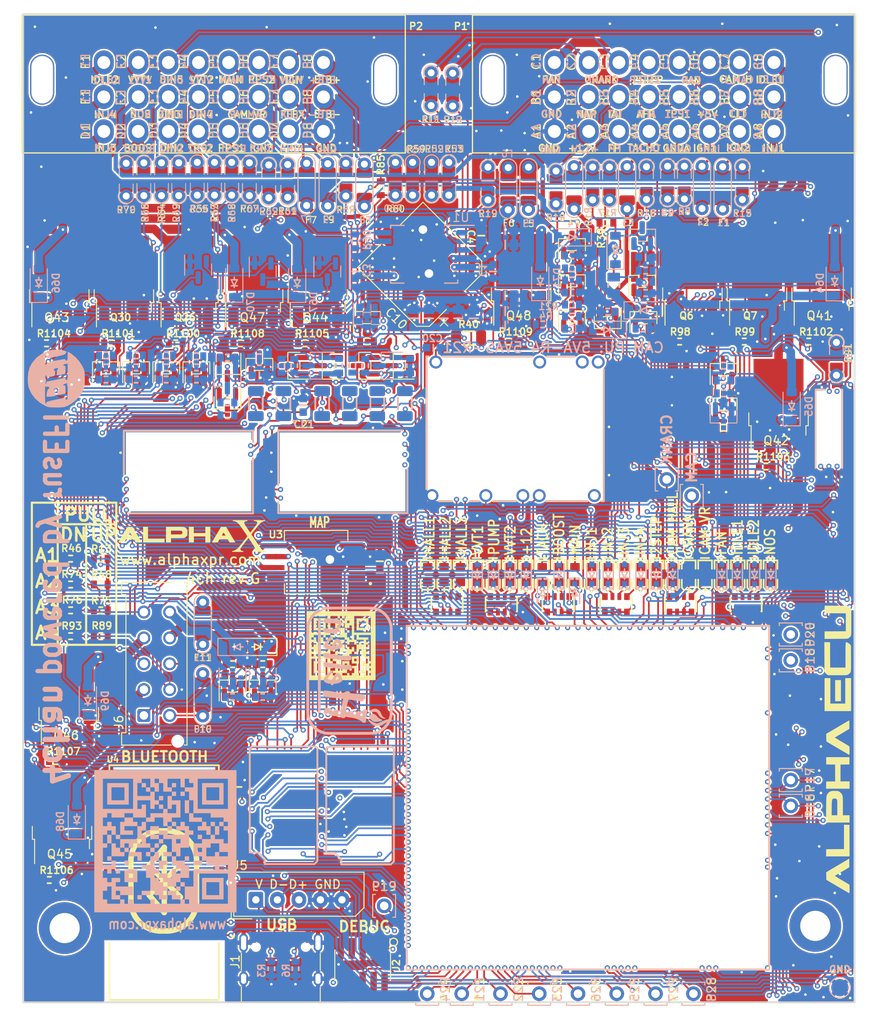
<source format=kicad_pcb>
(kicad_pcb (version 20221018) (generator pcbnew)

  (general
    (thickness 1.6)
  )

  (paper "A")
  (title_block
    (title "alpha4ch")
    (date "2023-03-19")
    (rev "G")
  )

  (layers
    (0 "F.Cu" signal)
    (1 "In1.Cu" signal)
    (2 "In2.Cu" signal)
    (31 "B.Cu" signal)
    (32 "B.Adhes" user "B.Adhesive")
    (33 "F.Adhes" user "F.Adhesive")
    (34 "B.Paste" user)
    (35 "F.Paste" user)
    (36 "B.SilkS" user "B.Silkscreen")
    (37 "F.SilkS" user "F.Silkscreen")
    (38 "B.Mask" user)
    (39 "F.Mask" user)
    (40 "Dwgs.User" user "User.Drawings")
    (41 "Cmts.User" user "User.Comments")
    (42 "Eco1.User" user "User.Eco1")
    (43 "Eco2.User" user "User.Eco2")
    (44 "Edge.Cuts" user)
    (45 "Margin" user)
    (46 "B.CrtYd" user "B.Courtyard")
    (47 "F.CrtYd" user "F.Courtyard")
    (48 "B.Fab" user)
    (49 "F.Fab" user)
  )

  (setup
    (stackup
      (layer "F.SilkS" (type "Top Silk Screen"))
      (layer "F.Paste" (type "Top Solder Paste"))
      (layer "F.Mask" (type "Top Solder Mask") (color "Green") (thickness 0.01))
      (layer "F.Cu" (type "copper") (thickness 0.035))
      (layer "dielectric 1" (type "core") (thickness 0.35) (material "FR4") (epsilon_r 4.5) (loss_tangent 0.02))
      (layer "In1.Cu" (type "copper") (thickness 0.018))
      (layer "dielectric 2" (type "prepreg") (thickness 0.774) (material "FR4") (epsilon_r 4.5) (loss_tangent 0.02))
      (layer "In2.Cu" (type "copper") (thickness 0.018))
      (layer "dielectric 3" (type "core") (thickness 0.35) (material "FR4") (epsilon_r 4.5) (loss_tangent 0.02))
      (layer "B.Cu" (type "copper") (thickness 0.035))
      (layer "B.Mask" (type "Bottom Solder Mask") (color "Green") (thickness 0.01))
      (layer "B.Paste" (type "Bottom Solder Paste"))
      (layer "B.SilkS" (type "Bottom Silk Screen"))
      (copper_finish "None")
      (dielectric_constraints no)
    )
    (pad_to_mask_clearance 0)
    (aux_axis_origin 21.1 170.7)
    (pcbplotparams
      (layerselection 0x00310fc_ffffffff)
      (plot_on_all_layers_selection 0x0000000_00000000)
      (disableapertmacros true)
      (usegerberextensions true)
      (usegerberattributes false)
      (usegerberadvancedattributes true)
      (creategerberjobfile false)
      (dashed_line_dash_ratio 12.000000)
      (dashed_line_gap_ratio 3.000000)
      (svgprecision 6)
      (plotframeref false)
      (viasonmask false)
      (mode 1)
      (useauxorigin true)
      (hpglpennumber 1)
      (hpglpenspeed 20)
      (hpglpendiameter 15.000000)
      (dxfpolygonmode true)
      (dxfimperialunits true)
      (dxfusepcbnewfont true)
      (psnegative false)
      (psa4output false)
      (plotreference true)
      (plotvalue false)
      (plotinvisibletext false)
      (sketchpadsonfab false)
      (subtractmaskfromsilk false)
      (outputformat 1)
      (mirror false)
      (drillshape 0)
      (scaleselection 1)
      (outputdirectory "gerber/")
    )
  )

  (net 0 "")
  (net 1 "GND")
  (net 2 "/IN_CRANK")
  (net 3 "+12V")
  (net 4 "Net-(Q21-S)")
  (net 5 "/HALL_OPT_PU/+12V_LIM")
  (net 6 "+3.3VA")
  (net 7 "Net-(D1-A)")
  (net 8 "Net-(D1-K)")
  (net 9 "Net-(D2-K)")
  (net 10 "Net-(D3-K)")
  (net 11 "+5VA")
  (net 12 "Net-(D12-A)")
  (net 13 "/OUT_IDLE2")
  (net 14 "Net-(D13-A)")
  (net 15 "/INJ1")
  (net 16 "/INJ2")
  (net 17 "+5V")
  (net 18 "/VIGN")
  (net 19 "/OUT_IGN1")
  (net 20 "/OUT_IGN2")
  (net 21 "/OUT_INJ2")
  (net 22 "/OUT_INJ1")
  (net 23 "/OUT_NOS")
  (net 24 "/OUT_IDLE1")
  (net 25 "/IN_CLT")
  (net 26 "/IN_IAT")
  (net 27 "/IN_2STEP")
  (net 28 "/OUT_FAN_RELAY")
  (net 29 "/OUT_TACH")
  (net 30 "/IN_CAM_HALL")
  (net 31 "/CRANK_N_PULLUP")
  (net 32 "Net-(D14-A)")
  (net 33 "Net-(D15-A)")
  (net 34 "Net-(D16-A)")
  (net 35 "/A7")
  (net 36 "+12V_RAW")
  (net 37 "/A6")
  (net 38 "/CAN-")
  (net 39 "/CAN+")
  (net 40 "/OUT_PUMP_RELAY")
  (net 41 "/A4")
  (net 42 "/A3")
  (net 43 "/A2")
  (net 44 "Net-(D10-A)")
  (net 45 "Net-(D11-A)")
  (net 46 "/OUT_IGN3")
  (net 47 "Net-(D17-A)")
  (net 48 "/IN_CRANK-")
  (net 49 "/IN_CRANK+")
  (net 50 "Net-(D20-K)")
  (net 51 "unconnected-(D25-Pad2)")
  (net 52 "Net-(D26-A)")
  (net 53 "Net-(D26-K)")
  (net 54 "/OUT_IGN4")
  (net 55 "unconnected-(D28-Pad2)")
  (net 56 "unconnected-(D29-Pad3)")
  (net 57 "Net-(D33-A)")
  (net 58 "Net-(D34-A)")
  (net 59 "GNDA")
  (net 60 "Net-(D35-A)")
  (net 61 "Net-(D36-A)")
  (net 62 "Net-(D37-K)")
  (net 63 "/IN_AFR")
  (net 64 "/IN_CAM_VR")
  (net 65 "Net-(D38-A)")
  (net 66 "Net-(D38-K)")
  (net 67 "Net-(D39-A)")
  (net 68 "/HALL3")
  (net 69 "Net-(D40-A)")
  (net 70 "/OUT_BOOST")
  (net 71 "Net-(D41-K)")
  (net 72 "/OUT_VVT1")
  (net 73 "Net-(D42-K)")
  (net 74 "/OUT_VVT2")
  (net 75 "/OUT_HS1")
  (net 76 "/IN_KNOCK")
  (net 77 "/OUT_HS2")
  (net 78 "/OUT_INJ5")
  (net 79 "/OUT_INJ6")
  (net 80 "/IN_MAP2")
  (net 81 "/OUT_INJ4")
  (net 82 "/MCU/VBUS")
  (net 83 "Net-(J1-CC1)")
  (net 84 "/OUT_MAIN")
  (net 85 "/MCU/USB+")
  (net 86 "/TACH_PULLUP")
  (net 87 "/MCU/USB-")
  (net 88 "/F5")
  (net 89 "/CRANK_P_PULLUP")
  (net 90 "/D7")
  (net 91 "/FAN_RELAY")
  (net 92 "/PUMP_RELAY")
  (net 93 "/TACH")
  (net 94 "/D6")
  (net 95 "/IN_VIGN")
  (net 96 "/THRESHOLD_VR_CM")
  (net 97 "/CAM_PULLDOWN")
  (net 98 "/HALL1")
  (net 99 "/VR_ANALOG_CM")
  (net 100 "/IN_CAM_VR-")
  (net 101 "/IN_CAM_VR+")
  (net 102 "unconnected-(J1-SBU1-PadA8)")
  (net 103 "Net-(J1-CC2)")
  (net 104 "unconnected-(J1-SBU2-PadB8)")
  (net 105 "/HALL2")
  (net 106 "/TLS115_PG")
  (net 107 "/MCU/NRESET")
  (net 108 "unconnected-(J2-Pin_8-Pad8)")
  (net 109 "unconnected-(J2-Pin_7-Pad7)")
  (net 110 "/B2")
  (net 111 "/B3")
  (net 112 "/B4")
  (net 113 "/B5")
  (net 114 "/B7")
  (net 115 "/C2")
  (net 116 "/C3")
  (net 117 "/C4")
  (net 118 "/C5")
  (net 119 "/C6")
  (net 120 "Net-(R22-Pad1)")
  (net 121 "/MCU/SWO")
  (net 122 "/MCU/SWCLK")
  (net 123 "Net-(R35-Pad1)")
  (net 124 "unconnected-(U3-Pad1)")
  (net 125 "/MCU/SWDIO")
  (net 126 "+3.3V")
  (net 127 "/TEMP_PULLUP")
  (net 128 "/AIN1")
  (net 129 "unconnected-(M7-VREF2-PadS5)")
  (net 130 "/AIN2")
  (net 131 "/AIN3")
  (net 132 "/OUT_IGN5")
  (net 133 "/AIN4")
  (net 134 "/OUT_IGN6")
  (net 135 "/PWR_EN")
  (net 136 "unconnected-(J7-Pin_1-Pad1)")
  (net 137 "unconnected-(J8-Pin_1-Pad1)")
  (net 138 "unconnected-(M1-VBAT-PadE1)")
  (net 139 "/MCU_BOOST")
  (net 140 "+5VAS")
  (net 141 "/2STEP_PULLDOWN")
  (net 142 "/MCU_IDLE2")
  (net 143 "/D5")
  (net 144 "/D4")
  (net 145 "/D3")
  (net 146 "/D2")
  (net 147 "/IN_D2")
  (net 148 "/IN_D3")
  (net 149 "/IN_D4")
  (net 150 "/IN_D5")
  (net 151 "/IN_TPS1")
  (net 152 "/IN_TPS2")
  (net 153 "/IN_PPS2")
  (net 154 "/IN_FLEX")
  (net 155 "/IN_PPS1")
  (net 156 "/NOS")
  (net 157 "/MAIN")
  (net 158 "/CAM_VR_PULLUP")
  (net 159 "/ETB_PWM")
  (net 160 "/BOOST")
  (net 161 "/IDLE2")
  (net 162 "/THRESHOLD_VR_CR")
  (net 163 "/VVT1")
  (net 164 "/IDLE1")
  (net 165 "/VVT2")
  (net 166 "/INJ3")
  (net 167 "/INJ4")
  (net 168 "/D2_PULLDOWN")
  (net 169 "/D3_PULLDOWN")
  (net 170 "/D4_PULLDOWN")
  (net 171 "/D5_PULLDOWN")
  (net 172 "/ETB_DIR")
  (net 173 "/ETB_DIS")
  (net 174 "/VR_ANALOG_CR")
  (net 175 "/D1")
  (net 176 "/E3")
  (net 177 "/E4")
  (net 178 "/E5")
  (net 179 "/E6")
  (net 180 "/E7")
  (net 181 "/E8")
  (net 182 "/F3")
  (net 183 "/F4")
  (net 184 "/F6")
  (net 185 "/F7")
  (net 186 "/F8")
  (net 187 "/MCU_IDLE1")
  (net 188 "/MCU_FAN_RELAY")
  (net 189 "/MCU_INJ4")
  (net 190 "/MCU_INJ3")
  (net 191 "/MCU_INJ2")
  (net 192 "/MCU_INJ1")
  (net 193 "unconnected-(R49-Pad5)")
  (net 194 "/OUT_ETB+")
  (net 195 "/OUT_ETB-")
  (net 196 "Net-(R72-Pad1)")
  (net 197 "unconnected-(R49-Pad4)")
  (net 198 "/IN_KNOCK_RAW")
  (net 199 "unconnected-(U3-Pad5)")
  (net 200 "unconnected-(U3-Pad6)")
  (net 201 "unconnected-(U3-Pad7)")
  (net 202 "unconnected-(U3-Pad8)")
  (net 203 "unconnected-(M6-OUT_IGN8-PadS1)")
  (net 204 "unconnected-(M6-OUT_IGN7-PadS2)")
  (net 205 "unconnected-(M6-OUT_IGN6-PadS3)")
  (net 206 "unconnected-(M6-OUT_IGN5-PadS4)")
  (net 207 "unconnected-(M6-OUT_IGN4-PadS5)")
  (net 208 "unconnected-(M6-OUT_IGN3-PadS6)")
  (net 209 "/INJ6")
  (net 210 "/INJ5")
  (net 211 "/MCU_INJ6")
  (net 212 "/MCU_INJ5")
  (net 213 "unconnected-(M7-SPI2_SCK-PadE1)")
  (net 214 "unconnected-(M7-SPI2_MISO-PadE2)")
  (net 215 "unconnected-(M7-SPI2_MOSI-PadE3)")
  (net 216 "unconnected-(M7-SPI2_CS-PadE4)")
  (net 217 "Net-(M7-OUT_IO3)")
  (net 218 "/HS/IN1")
  (net 219 "/HS/IN2")
  (net 220 "unconnected-(M7-IO6-PadE35)")
  (net 221 "unconnected-(M7-IO7-PadE36)")
  (net 222 "unconnected-(M7-USBID-PadN1)")
  (net 223 "unconnected-(M7-BOOT0-PadN5)")
  (net 224 "Net-(M7-SPI3_CS)")
  (net 225 "Net-(M7-SPI3_SCK)")
  (net 226 "Net-(M7-SPI3_MISO)")
  (net 227 "Net-(M7-SPI3_MOSI)")
  (net 228 "Net-(M7-I2C_SCL)")
  (net 229 "Net-(M7-I2C_SDA)")
  (net 230 "/MCU/UART_TX")
  (net 231 "/MCU/UART_RX")
  (net 232 "unconnected-(M7-IO5-PadN23)")
  (net 233 "Net-(M7-UART8_RX)")
  (net 234 "Net-(M7-UART8_TX)")
  (net 235 "unconnected-(M7-VBAT-PadN27)")
  (net 236 "unconnected-(M7-IN_O2S-PadS16)")
  (net 237 "/IN_MAP")
  (net 238 "Net-(M7-IN_AT1)")
  (net 239 "Net-(M7-IN_AT2)")
  (net 240 "/VREF")
  (net 241 "unconnected-(M7-V33_REF-PadW3)")
  (net 242 "Net-(Q1-D)")
  (net 243 "Net-(Q2-G)")
  (net 244 "Net-(Q3-D)")
  (net 245 "Net-(Q5-D)")
  (net 246 "Net-(Q8-D)")
  (net 247 "Net-(Q9-D)")
  (net 248 "Net-(Q12-D)")
  (net 249 "Net-(Q13-D)")
  (net 250 "Net-(Q14-D)")
  (net 251 "Net-(Q15-D)")
  (net 252 "Net-(Q16-G)")
  (net 253 "Net-(Q20-D)")
  (net 254 "Net-(Q21-G)")
  (net 255 "Net-(Q22-D)")
  (net 256 "Net-(Q23-D)")
  (net 257 "Net-(Q35-S)")
  (net 258 "Net-(Q35-G)")
  (net 259 "Net-(Q36-D)")
  (net 260 "Net-(Q49-G)")
  (net 261 "Net-(Q49-S)")
  (net 262 "Net-(Q50-D)")
  (net 263 "Net-(Q51-D)")
  (net 264 "Net-(Q52-G)")
  (net 265 "Net-(Q52-S)")
  (net 266 "Net-(Q53-D)")
  (net 267 "Net-(R1126-Pad1)")
  (net 268 "Net-(R1135-Pad1)")
  (net 269 "Net-(R1139-Pad1)")
  (net 270 "unconnected-(U1-SO-Pad3)")
  (net 271 "unconnected-(U4-IO2-Pad6)")
  (net 272 "unconnected-(U4-IO1-Pad5)")
  (net 273 "Net-(J6-Pin_6)")
  (net 274 "Net-(J6-Pin_8)")
  (net 275 "+12V_ETB")
  (net 276 "unconnected-(M7-V33-PadN32)")
  (net 277 "unconnected-(M7-V5A_SWITCHABLE-PadN30)")

  (footprint "hellen-one-common:PAD-0805-PAD" (layer "F.Cu") (at 97.85 75.55 90))

  (footprint "hellen-one-common:PAD-TH" (layer "F.Cu") (at 110.2 131 -90))

  (footprint "hellen-one-common:PAD-1206-PAD" (layer "F.Cu") (at 41.94 135 90))

  (footprint "hellen-one-common:R0603-4" (layer "F.Cu") (at 105 124.5 90))

  (footprint "hellen-one-common:LED-0603" (layer "F.Cu") (at 71.9 121.1 -90))

  (footprint "hellen-one-common:PAD-TH" (layer "F.Cu") (at 81 169.7 -90))

  (footprint "hellen-one-common:R1206" (layer "F.Cu") (at 65.4 101.2 -90))

  (footprint "hellen-one-common:R0603" (layer "F.Cu") (at 53.8 94.2))

  (footprint "hellen-one-common:R0603" (layer "F.Cu") (at 26.6 128.2))

  (footprint "MountingHole:MountingHole_4.5mm_Pad" (layer "F.Cu") (at 25.903 162.081))

  (footprint "hellen-one-common:LED-0603" (layer "F.Cu") (at 68.1 121.1 -90))

  (footprint "hellen-one-common:PAD-0805-PAD" (layer "F.Cu") (at 66.3 75.1 -90))

  (footprint "hellen-one-common:PAD-0805-PAD" (layer "F.Cu") (at 95.9 75.55 90))

  (footprint "hellen-one-common:PAD-0805-PAD" (layer "F.Cu") (at 45.3 75.1 90))

  (footprint "hellen-one-common:DPAK" (layer "F.Cu") (at 47.78 88.1 90))

  (footprint "Connector_Molex:Molex_SPOX_5267-05A_1x05_P2.50mm_Vertical" (layer "F.Cu") (at 48.1 158.8))

  (footprint "hellen-one-common:PAD-1206-PAD" (layer "F.Cu") (at 85.05 76.15 -90))

  (footprint "hellen-one-common:SOT-23" (layer "F.Cu") (at 102.4 101.3 90))

  (footprint "hellen-one-common:PAD-0805-PAD" (layer "F.Cu") (at 115.5 96 90))

  (footprint "hellen-one-common:R0603" (layer "F.Cu") (at 97.3 94))

  (footprint "hellen-one-common:SOT-23" (layer "F.Cu") (at 64.8 96.8 180))

  (footprint "hellen-one-common:LED-0603" (layer "F.Cu") (at 87.1 121.1 -90))

  (footprint "hellen-one-common:C0603" (layer "F.Cu") (at 74.3 81.7 -90))

  (footprint "hellen-one-common:R0603" (layer "F.Cu") (at 112.3 94))

  (footprint "hellen-one-common:DPAK" (layer "F.Cu") (at 78.9 87.9 90))

  (footprint "hellen-one-common:R0603-4" (layer "F.Cu") (at 83.2 124.5 90))

  (footprint "hellen-one-common:SOT-23" (layer "F.Cu") (at 48.509999 96.7 90))

  (footprint "hellen-one-common:LED-0603" (layer "F.Cu") (at 94.650002 121.100001 -90))

  (footprint "alphax-2ch:33311-24AW-2" (layer "F.Cu") (at 30.45 69.6))

  (footprint "hellen-one-common:LED-0603" (layer "F.Cu") (at 96.5 121.1 -90))

  (footprint "hellen-one-common:PAD-TH" (layer "F.Cu") (at 63 159.5))

  (footprint "hellen-one-common:R0603" (layer "F.Cu") (at 46.3 94.2))

  (footprint "hellen-one-common:PAD-0805-PAD" (layer "F.Cu") (at 68.45 64.7 90))

  (footprint "hellen-one-common:SOT-23" (layer "F.Cu") (at 56.5625 96.8 180))

  (footprint "hellen-one-common:PAD-TH" (layer "F.Cu") (at 85.5 169.7 -90))

  (footprint "hellen-one-common:PAD-0805-PAD" (layer "F.Cu") (at 64.3 75.1 90))

  (footprint "Connector_USB:USB_C_Receptacle_XKB_U262-16XN-4BVC11" (layer "F.Cu") (at 51 166.885))

  (footprint "hellen-one-common:R0603" (layer "F.Cu") (at 61 93.9625))

  (footprint "hellen-one-common:PAD-TH" (layer "F.Cu") (at 110.2 147.9 -90))

  (footprint "hellen-one-common:DPAK" (layer "F.Cu") (at 25.6 150.4 90))

  (footprint "hellen-one-common:PAD-TH" (layer "F.Cu") (at 72 169.7 -90))

  (footprint "hellen-one-common:SOT-23" (layer "F.Cu") (at 37.7 97.1 90))

  (footprint "hellen-one-common:SOT-23" (layer "F.Cu") (at 48.9 134.042419 90))

  (footprint "hellen-one-common:R0603" (layer "F.Cu") (at 102.4 104))

  (footprint "hellen-one-common:R0603" (layer "F.Cu") (at 31.3 94.2))

  (footprint "hellen-one-common:SOT-23" (layer "F.Cu") (at 84.8 91.2 90))

  (footprint "hellen-one-common:PAD-0805-PAD" (layer "F.Cu") (at 89.15 75.65 90))

  (footprint "hellen-one-common:LED-0603" (layer "F.Cu") (at 90.9 121.1 -90))

  (footprint "hellen-one-common:LED-0603" (layer "F.Cu") (at 73.8 121.1 -90))

  (footprint "hellen-one-common:PAD-0805-PAD" placed (layer "F.Cu")
    (tstamp 58efa3f2-be84-4fde-97fc-e560614266d4)
    (at 43.3 75.1 90)
    (property "LCSC" " C17477")
    (property "Sheetfile" "alphax_4ch.kicad_sch")
    (property "Sheetname" "")
    (path "/5d343280-4f45-48d4-b29d-31914e89ed8c")
    (attr smd)
    (fp_text reference "R63" (at -3.91 0 90) (layer "F.SilkS")
        (effects (font (size 0.762 0.762) (thickness 0.127)))
      (tstamp 0ad77d6e-b03c-459c-94b8-52f88583f442)
    )
    (fp_text value "Jumper-Pad-Pad" (at 0 1.27 90) (layer "F.SilkS") hide
        (effects (font (size 0.50038 0.50038) (thickness 0.10922)))
      (tstamp 48965fc2-dc76-4894-8a3b-c1e417b5c9e6)
    )
    (fp_text user "${REFERENCE}" (at -3.96 0.05 90) (layer "B.SilkS")
        (effects (font (size 0.762 0.762) (thickness 0.127)) (justify mirror))
      (tstamp f1786945-a72f-41ce-992b-48f778fa1afe)
    )
    (fp_line (start -1.524 0.8) (end -0.508 0.8)
      (stroke (width 0.09906) (type solid)) (layer "B.SilkS") (tstamp a3871d97-4f69-4180-bb47-7fd254e54efe))
    (fp_line (start -0.508 -0.8) (end -1.524 -0.8)
      (stroke (width 0.09906) (type solid)) (layer "B.SilkS") (tstamp f5a6b103-dcbc-4758-8c7e-6e0a610b55c8))
    (fp_line (start 0.508 0.8) (end 1.524 0.8)
      (stroke (width 0.09906) (type solid)) (layer "B.SilkS") (tstamp 35c1ef97-023c-4f7f-b2df-506e691fb536))
    (fp_line (start 1.524 -0.8) (end 0.508 -0.8
... [4719061 chars truncated]
</source>
